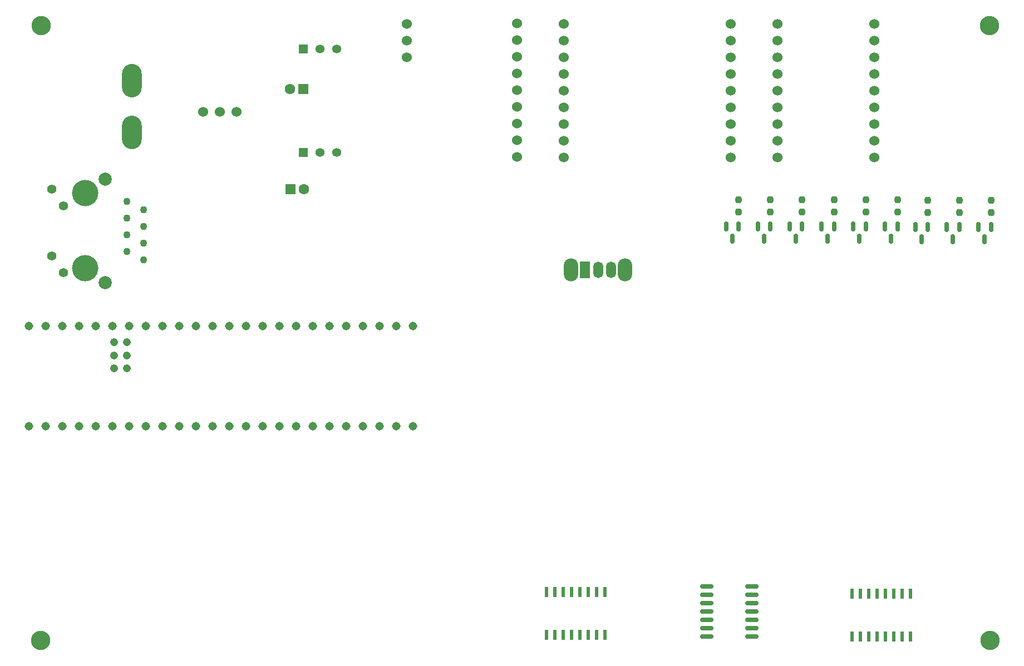
<source format=gbs>
G04 #@! TF.GenerationSoftware,KiCad,Pcbnew,(6.0.7)*
G04 #@! TF.CreationDate,2023-03-20T21:26:27-05:00*
G04 #@! TF.ProjectId,DriveBoard_Rev2,44726976-6542-46f6-9172-645f52657632,rev?*
G04 #@! TF.SameCoordinates,Original*
G04 #@! TF.FileFunction,Soldermask,Bot*
G04 #@! TF.FilePolarity,Negative*
%FSLAX46Y46*%
G04 Gerber Fmt 4.6, Leading zero omitted, Abs format (unit mm)*
G04 Created by KiCad (PCBNEW (6.0.7)) date 2023-03-20 21:26:27*
%MOMM*%
%LPD*%
G01*
G04 APERTURE LIST*
G04 Aperture macros list*
%AMRoundRect*
0 Rectangle with rounded corners*
0 $1 Rounding radius*
0 $2 $3 $4 $5 $6 $7 $8 $9 X,Y pos of 4 corners*
0 Add a 4 corners polygon primitive as box body*
4,1,4,$2,$3,$4,$5,$6,$7,$8,$9,$2,$3,0*
0 Add four circle primitives for the rounded corners*
1,1,$1+$1,$2,$3*
1,1,$1+$1,$4,$5*
1,1,$1+$1,$6,$7*
1,1,$1+$1,$8,$9*
0 Add four rect primitives between the rounded corners*
20,1,$1+$1,$2,$3,$4,$5,0*
20,1,$1+$1,$4,$5,$6,$7,0*
20,1,$1+$1,$6,$7,$8,$9,0*
20,1,$1+$1,$8,$9,$2,$3,0*%
G04 Aperture macros list end*
%ADD10C,1.524000*%
%ADD11R,1.600000X1.600000*%
%ADD12C,1.600000*%
%ADD13C,1.100000*%
%ADD14C,1.400000*%
%ADD15C,4.000000*%
%ADD16C,2.000000*%
%ADD17C,2.946400*%
%ADD18O,2.200000X3.500000*%
%ADD19R,1.500000X2.500000*%
%ADD20O,1.500000X2.500000*%
%ADD21C,1.308000*%
%ADD22C,1.208000*%
%ADD23O,3.000000X5.100000*%
%ADD24R,1.358000X1.358000*%
%ADD25C,1.358000*%
%ADD26RoundRect,0.237500X-0.237500X0.250000X-0.237500X-0.250000X0.237500X-0.250000X0.237500X0.250000X0*%
%ADD27RoundRect,0.150000X-0.150000X0.587500X-0.150000X-0.587500X0.150000X-0.587500X0.150000X0.587500X0*%
%ADD28RoundRect,0.137500X-0.137500X0.662500X-0.137500X-0.662500X0.137500X-0.662500X0.137500X0.662500X0*%
%ADD29RoundRect,0.137500X0.137500X-0.662500X0.137500X0.662500X-0.137500X0.662500X-0.137500X-0.662500X0*%
%ADD30RoundRect,0.150000X-0.837500X-0.150000X0.837500X-0.150000X0.837500X0.150000X-0.837500X0.150000X0*%
G04 APERTURE END LIST*
D10*
X65532000Y-55245000D03*
X62992000Y-55245000D03*
X60452000Y-55245000D03*
D11*
X75631113Y-51816000D03*
D12*
X73631113Y-51816000D03*
D13*
X48814000Y-68936000D03*
X51354000Y-70206000D03*
X48814000Y-71476000D03*
X51354000Y-72746000D03*
X48814000Y-74016000D03*
X51354000Y-75286000D03*
X48814000Y-76556000D03*
X51354000Y-77826000D03*
D14*
X37384000Y-67056000D03*
X39174000Y-69596000D03*
X37384000Y-77166000D03*
X39174000Y-79706000D03*
D15*
X42464000Y-67666000D03*
X42464000Y-79096000D03*
D16*
X45514000Y-81256000D03*
X45514000Y-65506000D03*
D10*
X115316000Y-41910000D03*
X115316000Y-44450000D03*
X115316000Y-46990000D03*
X115316000Y-49530000D03*
X115316000Y-52070000D03*
X115316000Y-54610000D03*
X115316000Y-57150000D03*
X115316000Y-59690000D03*
X115316000Y-62230000D03*
D17*
X180086000Y-42164000D03*
D18*
X116403250Y-79335000D03*
X124603250Y-79335000D03*
D19*
X118503250Y-79335000D03*
D20*
X120503250Y-79335000D03*
X122503250Y-79335000D03*
D17*
X35814000Y-42164000D03*
D11*
X73720888Y-67056000D03*
D12*
X75720888Y-67056000D03*
D10*
X108204001Y-62154997D03*
X108204001Y-59614997D03*
X108204001Y-57074997D03*
X108204001Y-54534997D03*
X108204001Y-51994997D03*
X108204001Y-49454997D03*
X108204001Y-46914997D03*
X108204001Y-44374997D03*
X108204001Y-41834997D03*
X162560000Y-41910000D03*
X162560000Y-44450000D03*
X162560000Y-46990000D03*
X162560000Y-49530000D03*
X162560000Y-52070000D03*
X162560000Y-54610000D03*
X162560000Y-57150000D03*
X162560000Y-59690000D03*
X162560000Y-62230000D03*
D17*
X35731580Y-135718420D03*
D10*
X91440000Y-41910000D03*
X91440000Y-44450000D03*
X91440000Y-46990000D03*
D21*
X36418000Y-103110500D03*
X38958000Y-103110500D03*
X41498000Y-103110500D03*
X44038000Y-103110500D03*
X69438000Y-103110500D03*
X38958000Y-87870500D03*
X46578000Y-103110500D03*
X49118000Y-103110500D03*
X51658000Y-103110500D03*
X54198000Y-103110500D03*
X56738000Y-103110500D03*
X59278000Y-103110500D03*
X61818000Y-103110500D03*
X64358000Y-103110500D03*
X66898000Y-103110500D03*
X66898000Y-87870500D03*
X64358000Y-87870500D03*
X61818000Y-87870500D03*
X59278000Y-87870500D03*
X56738000Y-87870500D03*
X54198000Y-87870500D03*
X51658000Y-87870500D03*
X49118000Y-87870500D03*
X46578000Y-87870500D03*
X44038000Y-87870500D03*
X41498000Y-87870500D03*
X71978000Y-103110500D03*
X74518000Y-103110500D03*
X77058000Y-103110500D03*
X79598000Y-103110500D03*
X82138000Y-103110500D03*
X84678000Y-103110500D03*
X87218000Y-103110500D03*
X89758000Y-103110500D03*
X92298000Y-103110500D03*
X92298000Y-87870500D03*
X89758000Y-87870500D03*
X87218000Y-87870500D03*
X84678000Y-87870500D03*
X82138000Y-87870500D03*
X79598000Y-87870500D03*
X77058000Y-87870500D03*
X74518000Y-87870500D03*
X71978000Y-87870500D03*
X33878000Y-103110500D03*
X69438000Y-87870500D03*
X36418000Y-87870500D03*
D22*
X48848000Y-92320500D03*
X46848000Y-92320500D03*
X46848000Y-90320500D03*
X48848000Y-90320500D03*
X48848000Y-94320500D03*
X46848000Y-94320500D03*
D21*
X33878000Y-87870500D03*
D17*
X180168420Y-135718420D03*
D23*
X49592200Y-50521000D03*
X49592200Y-58395000D03*
D24*
X75692000Y-45692000D03*
D25*
X78232000Y-45692000D03*
X80772000Y-45692000D03*
D10*
X140716000Y-62230000D03*
X140716000Y-59690000D03*
X140716000Y-57150000D03*
X140716000Y-54610000D03*
X140716000Y-52070000D03*
X140716000Y-49530000D03*
X140716000Y-46990000D03*
X140716000Y-44450000D03*
X140716000Y-41910000D03*
D24*
X75692000Y-61440000D03*
D25*
X78232000Y-61440000D03*
X80772000Y-61440000D03*
D10*
X147828000Y-41910000D03*
X147828000Y-44450000D03*
X147828000Y-46990000D03*
X147828000Y-49530000D03*
X147828000Y-52070000D03*
X147828000Y-54610000D03*
X147828000Y-57150000D03*
X147828000Y-59690000D03*
X147828000Y-62230000D03*
D26*
X170641000Y-68762000D03*
X170641000Y-70587000D03*
X151544000Y-68683500D03*
X151544000Y-70508500D03*
D27*
X159324000Y-72722500D03*
X161224000Y-72722500D03*
X160274000Y-74597500D03*
D26*
X175467000Y-68762000D03*
X175467000Y-70587000D03*
D27*
X139973000Y-72722500D03*
X141873000Y-72722500D03*
X140923000Y-74597500D03*
D28*
X112649000Y-128322000D03*
X113919000Y-128322000D03*
X115189000Y-128322000D03*
X116459000Y-128322000D03*
X117729000Y-128322000D03*
X118999000Y-128322000D03*
X120269000Y-128322000D03*
X121539000Y-128322000D03*
X121539000Y-134822000D03*
X120269000Y-134822000D03*
X118999000Y-134822000D03*
X117729000Y-134822000D03*
X116459000Y-134822000D03*
X115189000Y-134822000D03*
X113919000Y-134822000D03*
X112649000Y-134822000D03*
D27*
X164150000Y-72722500D03*
X166050000Y-72722500D03*
X165100000Y-74597500D03*
X178374000Y-72801000D03*
X180274000Y-72801000D03*
X179324000Y-74676000D03*
D29*
X168021000Y-135076000D03*
X166751000Y-135076000D03*
X165481000Y-135076000D03*
X164211000Y-135076000D03*
X162941000Y-135076000D03*
X161671000Y-135076000D03*
X160401000Y-135076000D03*
X159131000Y-135076000D03*
X159131000Y-128576000D03*
X160401000Y-128576000D03*
X161671000Y-128576000D03*
X162941000Y-128576000D03*
X164211000Y-128576000D03*
X165481000Y-128576000D03*
X166751000Y-128576000D03*
X168021000Y-128576000D03*
D27*
X149625000Y-72722500D03*
X151525000Y-72722500D03*
X150575000Y-74597500D03*
D26*
X161243000Y-68683500D03*
X161243000Y-70508500D03*
X180293000Y-68762000D03*
X180293000Y-70587000D03*
D27*
X173548000Y-72801000D03*
X175448000Y-72801000D03*
X174498000Y-74676000D03*
D26*
X146718000Y-68683500D03*
X146718000Y-70508500D03*
X166069000Y-68683500D03*
X166069000Y-70508500D03*
D30*
X136999500Y-135128000D03*
X136999500Y-133858000D03*
X136999500Y-132588000D03*
X136999500Y-131318000D03*
X136999500Y-130048000D03*
X136999500Y-128778000D03*
X136999500Y-127508000D03*
X143924500Y-127508000D03*
X143924500Y-128778000D03*
X143924500Y-130048000D03*
X143924500Y-131318000D03*
X143924500Y-132588000D03*
X143924500Y-133858000D03*
X143924500Y-135128000D03*
D26*
X141892000Y-68683500D03*
X141892000Y-70508500D03*
D27*
X168788000Y-72801000D03*
X170688000Y-72801000D03*
X169738000Y-74676000D03*
X144799000Y-72722500D03*
X146699000Y-72722500D03*
X145749000Y-74597500D03*
D26*
X156417000Y-68683500D03*
X156417000Y-70508500D03*
D27*
X154498000Y-72722500D03*
X156398000Y-72722500D03*
X155448000Y-74597500D03*
M02*

</source>
